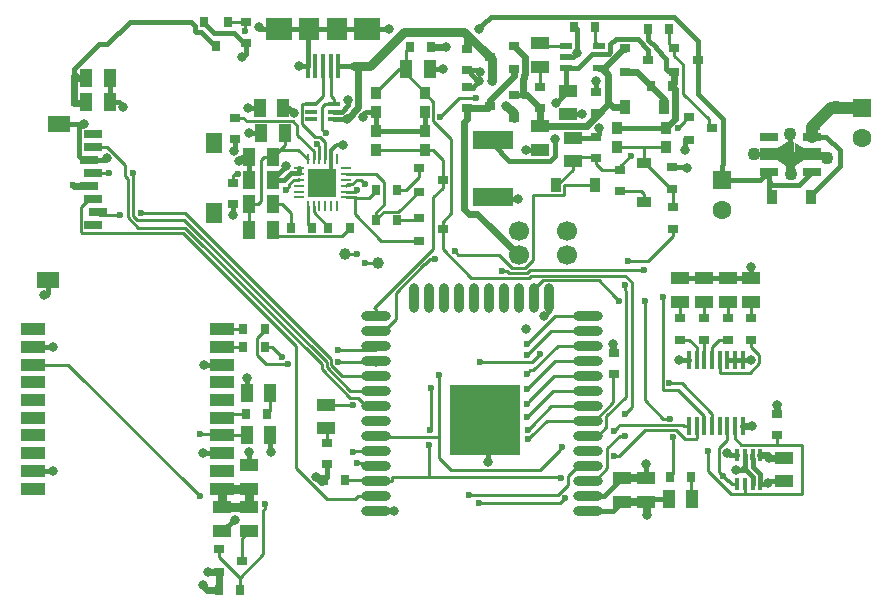
<source format=gtl>
G04 #@! TF.GenerationSoftware,KiCad,Pcbnew,(5.0.0-rc2-dev-70-g2da7199a3)*
G04 #@! TF.CreationDate,2018-03-19T21:37:12-04:00*
G04 #@! TF.ProjectId,processor,70726F636573736F722E6B696361645F,rev?*
G04 #@! TF.SameCoordinates,Original*
G04 #@! TF.FileFunction,Copper,L1,Top,Signal*
G04 #@! TF.FilePolarity,Positive*
%FSLAX46Y46*%
G04 Gerber Fmt 4.6, Leading zero omitted, Abs format (unit mm)*
G04 Created by KiCad (PCBNEW (5.0.0-rc2-dev-70-g2da7199a3)) date 03/19/18 21:37:12*
%MOMM*%
%LPD*%
G01*
G04 APERTURE LIST*
%ADD10C,1.700000*%
%ADD11R,0.900000X0.700000*%
%ADD12R,0.800000X2.000000*%
%ADD13C,0.750000*%
%ADD14C,1.000000*%
%ADD15R,1.500000X1.000000*%
%ADD16R,1.500000X0.700000*%
%ADD17R,0.900000X0.800000*%
%ADD18R,1.200000X0.900000*%
%ADD19R,1.000000X1.500000*%
%ADD20R,2.450000X2.450000*%
%ADD21O,1.000000X0.250000*%
%ADD22O,0.250000X1.000000*%
%ADD23R,0.350000X1.600000*%
%ADD24R,6.000000X6.000000*%
%ADD25O,2.500000X0.900000*%
%ADD26O,0.900000X2.500000*%
%ADD27R,0.350000X1.000000*%
%ADD28C,1.000000*%
%ADD29R,0.700000X0.900000*%
%ADD30R,0.900000X1.000000*%
%ADD31R,1.000000X0.400000*%
%ADD32R,1.800000X1.900000*%
%ADD33R,2.300000X1.900000*%
%ADD34R,0.400000X2.000000*%
%ADD35R,3.500000X1.600000*%
%ADD36R,1.100000X0.600000*%
%ADD37R,2.000000X1.000000*%
%ADD38R,0.800000X0.900000*%
%ADD39R,0.900000X1.200000*%
%ADD40R,1.600000X1.600000*%
%ADD41C,1.600000*%
%ADD42R,1.900000X1.400000*%
%ADD43R,1.400000X1.800000*%
%ADD44C,1.100000*%
%ADD45C,0.800000*%
%ADD46C,0.600000*%
%ADD47C,0.450000*%
%ADD48C,0.600000*%
%ADD49C,0.650000*%
%ADD50C,0.800000*%
%ADD51C,0.250000*%
%ADD52C,0.400000*%
%ADD53C,0.300000*%
%ADD54C,0.500000*%
G04 APERTURE END LIST*
D10*
X42600000Y-20700000D03*
X42600000Y-18700000D03*
D11*
X55600000Y-15100000D03*
X55600000Y-13300000D03*
D12*
X65625000Y-12200000D03*
D13*
X64850000Y-12200000D03*
D14*
G36*
X65225000Y-13200000D02*
X64475000Y-12700000D01*
X64475000Y-11700000D01*
X65225000Y-11200000D01*
X65225000Y-13200000D01*
X65225000Y-13200000D01*
G37*
D15*
X67475000Y-12200000D03*
D16*
X63775000Y-13700000D03*
D15*
X63775000Y-12200000D03*
D16*
X63775000Y-10700000D03*
X67475000Y-13700000D03*
X67475000Y-10700000D03*
D13*
X66400000Y-12200000D03*
D14*
G36*
X66025000Y-11200000D02*
X66775000Y-11700000D01*
X66775000Y-12700000D01*
X66025000Y-13200000D01*
X66025000Y-11200000D01*
X66025000Y-11200000D01*
G37*
D17*
X59000000Y-10000000D03*
X57000000Y-11000000D03*
X57000000Y-9000000D03*
D11*
X55700000Y-16700000D03*
X55700000Y-18500000D03*
D18*
X53200000Y-12950000D03*
X53200000Y-16250000D03*
D19*
X19800000Y-18600000D03*
X21800000Y-18600000D03*
X19800000Y-16400000D03*
X21800000Y-16400000D03*
D20*
X26000000Y-14600000D03*
D21*
X28000000Y-13350000D03*
X28000000Y-13850000D03*
X28000000Y-14350000D03*
X28000000Y-14850000D03*
X28000000Y-15350000D03*
X28000000Y-15850000D03*
D22*
X27250000Y-16600000D03*
X26750000Y-16600000D03*
X26250000Y-16600000D03*
X25750000Y-16600000D03*
X25250000Y-16600000D03*
X24750000Y-16600000D03*
D21*
X24000000Y-15850000D03*
X24000000Y-15350000D03*
X24000000Y-14850000D03*
X24000000Y-14350000D03*
X24000000Y-13850000D03*
X24000000Y-13350000D03*
D22*
X24750000Y-12600000D03*
X25250000Y-12600000D03*
X25750000Y-12600000D03*
X26250000Y-12600000D03*
X26750000Y-12600000D03*
X27250000Y-12600000D03*
D23*
X57025000Y-29600000D03*
X57025000Y-35200000D03*
X57675000Y-29600000D03*
X57675000Y-35200000D03*
X58325000Y-29600000D03*
X58325000Y-35200000D03*
X58975000Y-29600000D03*
X58975000Y-35200000D03*
X59625000Y-29600000D03*
X59625000Y-35200000D03*
X60275000Y-29600000D03*
X60275000Y-35200000D03*
X60925000Y-29600000D03*
X60925000Y-35200000D03*
X61575000Y-29600000D03*
X61575000Y-35200000D03*
D24*
X39800000Y-34700000D03*
D25*
X48500000Y-42400000D03*
X48500000Y-41130000D03*
X48500000Y-39860000D03*
X48500000Y-38590000D03*
X48500000Y-37320000D03*
X48500000Y-36050000D03*
X48500000Y-34780000D03*
X48500000Y-33510000D03*
X48500000Y-32240000D03*
X48500000Y-30970000D03*
X48500000Y-29700000D03*
X48500000Y-28430000D03*
X48500000Y-27160000D03*
X48500000Y-25890000D03*
D26*
X45215000Y-24400000D03*
X43945000Y-24400000D03*
X42675000Y-24400000D03*
X41405000Y-24400000D03*
X40135000Y-24400000D03*
X38865000Y-24400000D03*
X37595000Y-24400000D03*
X36325000Y-24400000D03*
X35055000Y-24400000D03*
X33785000Y-24400000D03*
D25*
X30500000Y-25890000D03*
X30500000Y-27160000D03*
X30500000Y-28430000D03*
X30500000Y-29700000D03*
X30500000Y-30970000D03*
X30500000Y-32240000D03*
X30500000Y-33510000D03*
X30500000Y-34780000D03*
X30500000Y-36050000D03*
X30500000Y-37320000D03*
X30500000Y-38590000D03*
X30500000Y-39860000D03*
X30500000Y-41130000D03*
X30500000Y-42400000D03*
D15*
X26300000Y-35400000D03*
X26300000Y-33400000D03*
D19*
X8000000Y-5700000D03*
X6000000Y-5700000D03*
D27*
X63075000Y-37650000D03*
X62425000Y-37650000D03*
X61775000Y-37650000D03*
X61125000Y-37650000D03*
X61125000Y-40150000D03*
X61775000Y-40150000D03*
X62425000Y-40150000D03*
X63075000Y-40150000D03*
D28*
X30700000Y-21400000D03*
D11*
X50700000Y-30800000D03*
X50700000Y-29000000D03*
D29*
X19000000Y-49100000D03*
X17200000Y-49100000D03*
D17*
X19200000Y-46600000D03*
X17200000Y-47600000D03*
X17200000Y-45600000D03*
D30*
X30550000Y-8600000D03*
X34649999Y-8600000D03*
X34649999Y-7000000D03*
X30550000Y-7000000D03*
X34650000Y-10200000D03*
X30550001Y-10200000D03*
X30550001Y-11800000D03*
X34650000Y-11800000D03*
D28*
X27900000Y-20600000D03*
D31*
X25050000Y-9250000D03*
X25050000Y-7950000D03*
X26950000Y-8600000D03*
X26950000Y-7950000D03*
X26950000Y-9250000D03*
X25050000Y-8600000D03*
D32*
X24900000Y-1600000D03*
D33*
X22300000Y-1600000D03*
X29800000Y-1600000D03*
D32*
X27200000Y-1600000D03*
D34*
X24750000Y-4750000D03*
X25400000Y-4750000D03*
X26050000Y-4750000D03*
X26700000Y-4750000D03*
X27350000Y-4750000D03*
D35*
X40400000Y-15840000D03*
X40400000Y-10960000D03*
D10*
X46700000Y-20700000D03*
X46700000Y-18700000D03*
D36*
X49400000Y-3000000D03*
X49400000Y-4900000D03*
X46600000Y-4900000D03*
X46600000Y-3950000D03*
X46600000Y-3000000D03*
D30*
X55050000Y-10000000D03*
X50950001Y-10000000D03*
X50950001Y-11600000D03*
X55050000Y-11600000D03*
D37*
X1500000Y-40500000D03*
X1500000Y-39000000D03*
X1500000Y-37500000D03*
X1500000Y-36000000D03*
X1500000Y-34500000D03*
X1500000Y-33000000D03*
X1500000Y-31500000D03*
X1500000Y-30000000D03*
X1500000Y-28500000D03*
X1500000Y-27000000D03*
X17500000Y-27000000D03*
X17500000Y-28500000D03*
X17500000Y-30000000D03*
X17500000Y-31500000D03*
X17500000Y-33000000D03*
X17500000Y-34500000D03*
X17500000Y-36000000D03*
X17500000Y-37500000D03*
X17500000Y-39000000D03*
X17500000Y-40500000D03*
X17500000Y-40500000D03*
X17500000Y-39000000D03*
X17500000Y-37500000D03*
X17500000Y-36000000D03*
X17500000Y-34500000D03*
X17500000Y-33000000D03*
X17500000Y-31500000D03*
X17500000Y-30000000D03*
X17500000Y-28500000D03*
X17500000Y-27000000D03*
D15*
X17500000Y-44100000D03*
X17500000Y-42100000D03*
X46800000Y-8800000D03*
X46800000Y-6800000D03*
X47200000Y-10800000D03*
X47200000Y-12800000D03*
X44400000Y-11800000D03*
X44400000Y-9800000D03*
X53400000Y-41600000D03*
X53400000Y-39600000D03*
X19800000Y-44100000D03*
X19800000Y-42100000D03*
D19*
X8000000Y-7800000D03*
X6000000Y-7800000D03*
X21600000Y-36000000D03*
X19600000Y-36000000D03*
D15*
X19800000Y-38500000D03*
X19800000Y-40500000D03*
X65100000Y-39900000D03*
X65100000Y-37900000D03*
X51400000Y-41600000D03*
X51400000Y-39600000D03*
D19*
X35100000Y-5000000D03*
X33100000Y-5000000D03*
X20800000Y-10400000D03*
X22800000Y-10400000D03*
X19800000Y-12400000D03*
X21800000Y-12400000D03*
X57300000Y-41400000D03*
X55300000Y-41400000D03*
D15*
X58300000Y-24700000D03*
X58300000Y-22700000D03*
X62300000Y-24700000D03*
X62300000Y-22700000D03*
X60300000Y-24700000D03*
X60300000Y-22700000D03*
X56300000Y-24700000D03*
X56300000Y-22700000D03*
X44400000Y-4800000D03*
X44400000Y-2800000D03*
D19*
X21600000Y-32400000D03*
X19600000Y-32400000D03*
D11*
X19500000Y-1000000D03*
X19500000Y-2800000D03*
D29*
X19500000Y-34200000D03*
X21300000Y-34200000D03*
X19300000Y-27000000D03*
X21100000Y-27000000D03*
X19300000Y-28500000D03*
X21100000Y-28500000D03*
X53550000Y-1600000D03*
X55350000Y-1600000D03*
D11*
X49200000Y-12500000D03*
X49200000Y-10700000D03*
X44400000Y-6500000D03*
X44400000Y-8300000D03*
X38200000Y-5100000D03*
X38200000Y-3300000D03*
X38200000Y-6500000D03*
X38200000Y-8300000D03*
X56300000Y-26100000D03*
X56300000Y-27900000D03*
X60300000Y-26100000D03*
X60300000Y-27900000D03*
X62300000Y-26100000D03*
X62300000Y-27900000D03*
X58300000Y-26100000D03*
X58300000Y-27900000D03*
D29*
X57200000Y-39500000D03*
X55400000Y-39500000D03*
D11*
X26400000Y-36600000D03*
X26400000Y-38400000D03*
X64500000Y-36000000D03*
X64500000Y-34200000D03*
D29*
X27900000Y-39800000D03*
X26100000Y-39800000D03*
X33400000Y-3100000D03*
X35200000Y-3100000D03*
D11*
X49200000Y-8700000D03*
X49200000Y-6900000D03*
D29*
X49100000Y-1400000D03*
X47300000Y-1400000D03*
D11*
X51200000Y-15300000D03*
X51200000Y-13500000D03*
X18400000Y-16400000D03*
X18400000Y-14600000D03*
D29*
X28300000Y-18400000D03*
X26500000Y-18400000D03*
X23300000Y-18400000D03*
X25100000Y-18400000D03*
X32300000Y-15200000D03*
X30500000Y-15200000D03*
X30500000Y-17800000D03*
X32300000Y-17800000D03*
D38*
X17000000Y-3000000D03*
X16000000Y-1000000D03*
X18000000Y-1000000D03*
D17*
X53600000Y-4200000D03*
X51600000Y-5200000D03*
X51600000Y-3200000D03*
X57800000Y-4200000D03*
X55800000Y-5200000D03*
X55800000Y-3200000D03*
X40200000Y-4000000D03*
X42200000Y-3000000D03*
X42200000Y-5000000D03*
X40200000Y-8150000D03*
X42200000Y-7150000D03*
X42200000Y-9150000D03*
X36200000Y-18550000D03*
X34200000Y-19550000D03*
X34200000Y-17550000D03*
X36200000Y-14400000D03*
X34200000Y-15400000D03*
X34200000Y-13400000D03*
D19*
X20700000Y-8300000D03*
X22700000Y-8300000D03*
X19800000Y-14400000D03*
X21800000Y-14400000D03*
D11*
X18600000Y-9100000D03*
X18600000Y-10900000D03*
D39*
X51650000Y-8200000D03*
X54950000Y-8200000D03*
X49050000Y-14800000D03*
X45750000Y-14800000D03*
X67350000Y-15800000D03*
X64050000Y-15800000D03*
D40*
X59800000Y-14400000D03*
D41*
X59800000Y-16900000D03*
D40*
X71700000Y-8300000D03*
D41*
X71700000Y-10800000D03*
D29*
X53800000Y-6400000D03*
X55600000Y-6400000D03*
D42*
X3700000Y-9600000D03*
X2800000Y-22800000D03*
D43*
X16800000Y-11200000D03*
X16800000Y-17200000D03*
D16*
X6600000Y-10500000D03*
X6600000Y-11600000D03*
X6200000Y-12700000D03*
X6600000Y-13800000D03*
X6200000Y-14900000D03*
X6600000Y-16000000D03*
X7000000Y-17100000D03*
X6600000Y-18200000D03*
D44*
X69500000Y-8200000D03*
X67700000Y-9700000D03*
D45*
X50564576Y-28226230D03*
X53400000Y-38400000D03*
X18500000Y-11900000D03*
X18400000Y-17300000D03*
X48000000Y-8800000D03*
X49417688Y-9942413D03*
X43200000Y-11800000D03*
D44*
X65700000Y-13899998D03*
D45*
X56700000Y-11800000D03*
X56900000Y-13400000D03*
D44*
X68700000Y-12500000D03*
X65600000Y-10500000D03*
X62500000Y-12200000D03*
D45*
X53500000Y-42700000D03*
X18911096Y-12756449D03*
X19800000Y-10400000D03*
X19700000Y-8300000D03*
D46*
X37200000Y-20400000D03*
X35500000Y-21100000D03*
X51900000Y-21200000D03*
X51600000Y-23300000D03*
X21100000Y-41800000D03*
X50700000Y-37700000D03*
X53200000Y-21999998D03*
X59900000Y-39400000D03*
D45*
X25479804Y-39520196D03*
X15913622Y-48673497D03*
X62400000Y-35200000D03*
X61023542Y-38923542D03*
X64500000Y-33400000D03*
X19200000Y-4000000D03*
X36440492Y-3106882D03*
X63809741Y-37882922D03*
X16300000Y-47600000D03*
X7770405Y-12535014D03*
X44759712Y-25872905D03*
X21605916Y-37392445D03*
X15912418Y-37514122D03*
X15933149Y-30078779D03*
X60280626Y-37460314D03*
X9122182Y-8164543D03*
D46*
X58669363Y-37356175D03*
X46300000Y-37000000D03*
X28900000Y-15200000D03*
X28900002Y-20600000D03*
X51100000Y-24600002D03*
X53300000Y-24600000D03*
X55455013Y-34574968D03*
X55700000Y-36124979D03*
X29600000Y-14700000D03*
X29572784Y-21431481D03*
X56137135Y-9973541D03*
X52100000Y-12300000D03*
X18849964Y-13900000D03*
X22900000Y-15200000D03*
X26272308Y-10408117D03*
X25500000Y-11300000D03*
D45*
X45758495Y-7833591D03*
X45700000Y-10900000D03*
X42572695Y-15972695D03*
X41576070Y-8071787D03*
X23599996Y-8704745D03*
X22900000Y-13200000D03*
X28072813Y-9250000D03*
D46*
X55375010Y-31599992D03*
D45*
X39263103Y-6029842D03*
X39346116Y-5216308D03*
X2400000Y-24100000D03*
X5800000Y-9600000D03*
X28164020Y-7567133D03*
X27759599Y-11369260D03*
X49200000Y-6000000D03*
X62300000Y-29600000D03*
X56200000Y-29600000D03*
X36200000Y-5000000D03*
X19800000Y-37400000D03*
X19600000Y-31100000D03*
X62300000Y-21750000D03*
X29431213Y-9023098D03*
X20600000Y-1424990D03*
X40036138Y-38224990D03*
X63720617Y-40036753D03*
X32095000Y-42400000D03*
X43235000Y-26965000D03*
X18584356Y-43120569D03*
X3200000Y-28500000D03*
X3164876Y-39007222D03*
X31600000Y-1600000D03*
X24050000Y-4750000D03*
X47579479Y-3643584D03*
D46*
X51595828Y-36022221D03*
X51615929Y-34151638D03*
D45*
X39227153Y-1598476D03*
D46*
X43300000Y-28300002D03*
X39284562Y-41717258D03*
X46532623Y-41265565D03*
X19427304Y-1772694D03*
X41206592Y-22070708D03*
X38976722Y-7430461D03*
X35954422Y-9068420D03*
X54800000Y-24300000D03*
X35000000Y-36800000D03*
X35135453Y-35549342D03*
X35200000Y-32000000D03*
X46226001Y-39613953D03*
X35900000Y-30900000D03*
X28600000Y-33400000D03*
X28908506Y-38360318D03*
X27324990Y-28800000D03*
X22549388Y-29349388D03*
X27324990Y-29790914D03*
X23100000Y-29924388D03*
X28603481Y-37362053D03*
X8900000Y-17300000D03*
X10600000Y-17200000D03*
X15617244Y-41121668D03*
X38386402Y-41080135D03*
X15600000Y-35900000D03*
X4964302Y-7874573D03*
X4900000Y-14800000D03*
X50700000Y-35600000D03*
X43300000Y-32100000D03*
X43400000Y-35500000D03*
X43300000Y-33300000D03*
X43311577Y-34450078D03*
D45*
X40346321Y-5963711D03*
D46*
X43300000Y-30800000D03*
X43293406Y-29224990D03*
X7900000Y-13800000D03*
X10000004Y-13800000D03*
X43400002Y-36300000D03*
X39300000Y-29800000D03*
X44400000Y-29100000D03*
D47*
X67350000Y-15650000D02*
X69800000Y-13200000D01*
X67350000Y-15800000D02*
X67350000Y-15650000D01*
X69800000Y-13200000D02*
X69800000Y-11825000D01*
X69800000Y-11825000D02*
X68675000Y-10700000D01*
X68675000Y-10700000D02*
X67475000Y-10700000D01*
D48*
X50564576Y-28864576D02*
X50564576Y-28791915D01*
X50700000Y-29000000D02*
X50564576Y-28864576D01*
X50564576Y-28791915D02*
X50564576Y-28226230D01*
D14*
X69075000Y-8300000D02*
X67475000Y-9900000D01*
X67475000Y-9900000D02*
X67475000Y-10700000D01*
X71700000Y-8300000D02*
X69075000Y-8300000D01*
D47*
X53400000Y-38650000D02*
X53400000Y-38400000D01*
X53400000Y-39600000D02*
X53400000Y-38650000D01*
D49*
X51400000Y-39600000D02*
X53400000Y-39600000D01*
D47*
X48500000Y-41130000D02*
X49870000Y-41130000D01*
X49870000Y-41130000D02*
X51400000Y-39600000D01*
X18600000Y-11800000D02*
X18500000Y-11900000D01*
X18600000Y-10900000D02*
X18600000Y-11800000D01*
X18400000Y-16400000D02*
X18400000Y-17300000D01*
X46850000Y-8800000D02*
X47434315Y-8800000D01*
X47434315Y-8800000D02*
X48000000Y-8800000D01*
X46800000Y-8750000D02*
X46850000Y-8800000D01*
X49225786Y-10700000D02*
X49417688Y-10508098D01*
X49417688Y-10508098D02*
X49417688Y-9942413D01*
X49200000Y-10700000D02*
X49225786Y-10700000D01*
X44350000Y-11800000D02*
X43765685Y-11800000D01*
X43765685Y-11800000D02*
X43200000Y-11800000D01*
X44400000Y-11750000D02*
X44350000Y-11800000D01*
D50*
X65625000Y-12200000D02*
X65625000Y-13825000D01*
D47*
X67475000Y-12200000D02*
X66400000Y-12200000D01*
X65625000Y-12200000D02*
X66400000Y-12200000D01*
X64850000Y-12200000D02*
X65625000Y-12200000D01*
X63775000Y-12200000D02*
X64850000Y-12200000D01*
X56700000Y-10900000D02*
X56700000Y-11800000D01*
X56800000Y-13300000D02*
X56900000Y-13400000D01*
X56500000Y-13300000D02*
X56800000Y-13300000D01*
X55600000Y-13300000D02*
X56500000Y-13300000D01*
X67475000Y-12200000D02*
X68400000Y-12200000D01*
X68400000Y-12200000D02*
X68700000Y-12500000D01*
X65625000Y-10525000D02*
X65600000Y-10500000D01*
X65625000Y-12200000D02*
X65625000Y-10525000D01*
X63775000Y-12200000D02*
X62500000Y-12200000D01*
D49*
X51400000Y-41600000D02*
X53400000Y-41600000D01*
D47*
X55300000Y-41400000D02*
X53600000Y-41400000D01*
X53600000Y-41400000D02*
X53400000Y-41600000D01*
D49*
X53500000Y-42700000D02*
X53500000Y-41700000D01*
D47*
X53500000Y-41700000D02*
X53400000Y-41600000D01*
X48500000Y-42400000D02*
X50600000Y-42400000D01*
X50600000Y-42400000D02*
X51400000Y-41600000D01*
X19147002Y-12400000D02*
X18911096Y-12756449D01*
X18872001Y-12675001D02*
X18872001Y-12717354D01*
X18872001Y-12717354D02*
X18911096Y-12756449D01*
X19800000Y-12400000D02*
X19147002Y-12400000D01*
X19800000Y-14400000D02*
X19800000Y-12400000D01*
X20800000Y-10400000D02*
X19800000Y-10400000D01*
X20800000Y-8300000D02*
X19700000Y-8300000D01*
D51*
X52175002Y-23023998D02*
X52175002Y-33592565D01*
X36200000Y-18550000D02*
X36200000Y-20251004D01*
X38594706Y-22645710D02*
X43450692Y-22645710D01*
X43450692Y-22645710D02*
X43626606Y-22469796D01*
X43626606Y-22469796D02*
X51620800Y-22469796D01*
X51915928Y-33851639D02*
X51615929Y-34151638D01*
X51620800Y-22469796D02*
X52175002Y-23023998D01*
X36200000Y-20251004D02*
X38594706Y-22645710D01*
X52175002Y-33592565D02*
X51915928Y-33851639D01*
X50124999Y-37068786D02*
X51171564Y-36022221D01*
X51171564Y-36022221D02*
X51595828Y-36022221D01*
X49055318Y-39860000D02*
X50124999Y-38790319D01*
X48395000Y-39860000D02*
X49055318Y-39860000D01*
X50124999Y-38790319D02*
X50124999Y-37068786D01*
X40934998Y-20700000D02*
X37500000Y-20700000D01*
X37500000Y-20700000D02*
X37200000Y-20400000D01*
X43824999Y-15675001D02*
X43824999Y-21140003D01*
X43824999Y-21140003D02*
X43140001Y-21825001D01*
X43140001Y-21825001D02*
X42059999Y-21825001D01*
X42059999Y-21825001D02*
X40934998Y-20700000D01*
X45800000Y-15675001D02*
X43824999Y-15675001D01*
X32189433Y-26165567D02*
X32189433Y-23961265D01*
X32189433Y-23961265D02*
X34637134Y-21513564D01*
X30395000Y-27160000D02*
X31195000Y-27160000D01*
X31195000Y-27160000D02*
X32189433Y-26165567D01*
X35075736Y-21100000D02*
X34662172Y-21513564D01*
X35500000Y-21100000D02*
X35075736Y-21100000D01*
X34662172Y-21513564D02*
X34637134Y-21513564D01*
X45624999Y-15675001D02*
X45800000Y-15675001D01*
X45800000Y-15675001D02*
X46420001Y-15675001D01*
X46475001Y-15620001D02*
X46475001Y-14824999D01*
X46475001Y-14824999D02*
X46500000Y-14800000D01*
X46500000Y-14800000D02*
X49050000Y-14800000D01*
X46420001Y-15675001D02*
X46475001Y-15620001D01*
D47*
X57800000Y-7100000D02*
X59900000Y-9200000D01*
X57800000Y-4200000D02*
X57800000Y-7100000D01*
X59900000Y-9200000D02*
X59900000Y-13050000D01*
X59900000Y-13050000D02*
X59800000Y-13150000D01*
X59800000Y-13150000D02*
X59800000Y-14400000D01*
X63775000Y-14500000D02*
X63775000Y-13700000D01*
X67475000Y-13700000D02*
X66349998Y-14825002D01*
X64100002Y-14825002D02*
X63775000Y-14500000D01*
X66349998Y-14825002D02*
X64100002Y-14825002D01*
X63775000Y-13700000D02*
X63775000Y-15525000D01*
X63775000Y-15525000D02*
X64050000Y-15800000D01*
X59800000Y-14400000D02*
X63075000Y-14400000D01*
X63075000Y-14400000D02*
X63775000Y-13700000D01*
D51*
X48500000Y-36050000D02*
X49300000Y-36050000D01*
X51675001Y-23799265D02*
X51600000Y-23724264D01*
X51675001Y-32726017D02*
X51675001Y-23799265D01*
X50025010Y-34376008D02*
X51675001Y-32726017D01*
X50025010Y-35324990D02*
X50025010Y-34376008D01*
X51600000Y-23724264D02*
X51600000Y-23300000D01*
X49300000Y-36050000D02*
X50025010Y-35324990D01*
X51900000Y-21200000D02*
X53600000Y-21200000D01*
X53600000Y-21200000D02*
X55700000Y-19100000D01*
X55700000Y-19100000D02*
X55700000Y-18500000D01*
X19000000Y-48054998D02*
X20995990Y-46059008D01*
X20995990Y-46059008D02*
X20995990Y-42328274D01*
X20995990Y-42328274D02*
X21100000Y-42224264D01*
X21100000Y-42224264D02*
X21100000Y-41800000D01*
X57675000Y-36250000D02*
X57649999Y-36275001D01*
X55976001Y-35549978D02*
X53274286Y-35549978D01*
X57649999Y-36275001D02*
X56701024Y-36275001D01*
X51124264Y-37700000D02*
X50700000Y-37700000D01*
X53274286Y-35549978D02*
X51124264Y-37700000D01*
X56701024Y-36275001D02*
X55976001Y-35549978D01*
X57675000Y-35200000D02*
X57675000Y-36250000D01*
X41630856Y-22070708D02*
X41785160Y-22225012D01*
X41785160Y-22225012D02*
X43305690Y-22225012D01*
X43305690Y-22225012D02*
X43530704Y-21999998D01*
X52775736Y-21999998D02*
X53200000Y-21999998D01*
X43530704Y-21999998D02*
X52775736Y-21999998D01*
X41206592Y-22070708D02*
X41630856Y-22070708D01*
X58325000Y-34379998D02*
X56120004Y-32175002D01*
X58325000Y-35200000D02*
X58325000Y-34379998D01*
X56120004Y-32175002D02*
X54800000Y-32175002D01*
X54800000Y-32175002D02*
X54800000Y-24724264D01*
X54800000Y-24724264D02*
X54800000Y-24300000D01*
X60199999Y-39699999D02*
X59900000Y-39400000D01*
X60350000Y-39850000D02*
X60199999Y-39699999D01*
X60400000Y-39850000D02*
X60350000Y-39850000D01*
D48*
X26100000Y-39800000D02*
X25979805Y-39920195D01*
X25979805Y-39920195D02*
X25879803Y-39920195D01*
X25879803Y-39920195D02*
X25479804Y-39520196D01*
D47*
X26400000Y-38400000D02*
X26400000Y-39500000D01*
X26400000Y-39500000D02*
X26100000Y-39800000D01*
D48*
X15913622Y-48763622D02*
X15913622Y-48673497D01*
X16250000Y-49100000D02*
X15913622Y-48763622D01*
X17200000Y-49100000D02*
X16250000Y-49100000D01*
D47*
X19500000Y-2800000D02*
X19500000Y-3700000D01*
X19500000Y-3700000D02*
X19200000Y-4000000D01*
X18500000Y-1900000D02*
X19400000Y-2800000D01*
X19400000Y-2800000D02*
X19500000Y-2800000D01*
X16000000Y-1000000D02*
X16000000Y-1050000D01*
X16000000Y-1050000D02*
X16850000Y-1900000D01*
X16850000Y-1900000D02*
X18500000Y-1900000D01*
X61589227Y-38923542D02*
X61023542Y-38923542D01*
X62425000Y-39485353D02*
X61863189Y-38923542D01*
X62425000Y-40150000D02*
X62425000Y-39485353D01*
X61863189Y-38923542D02*
X61589227Y-38923542D01*
X61775000Y-37650000D02*
X61775000Y-38600000D01*
X61775000Y-38600000D02*
X61451458Y-38923542D01*
X61451458Y-38923542D02*
X61023542Y-38923542D01*
D48*
X61575000Y-35200000D02*
X62400000Y-35200000D01*
X64600000Y-33300000D02*
X64500000Y-33400000D01*
X64500000Y-34200000D02*
X64500000Y-33400000D01*
X36433610Y-3100000D02*
X36440492Y-3106882D01*
X36000000Y-3100000D02*
X36433610Y-3100000D01*
X35200000Y-3100000D02*
X36000000Y-3100000D01*
X65100000Y-37900000D02*
X63826819Y-37900000D01*
X63826819Y-37900000D02*
X63809741Y-37882922D01*
X63700000Y-37650000D02*
X63809741Y-37759741D01*
X63075000Y-37650000D02*
X63700000Y-37650000D01*
X63809741Y-37759741D02*
X63809741Y-37882922D01*
X17200000Y-47600000D02*
X16300000Y-47600000D01*
X17200000Y-47600000D02*
X17200000Y-49100000D01*
D47*
X6200000Y-12700000D02*
X7605419Y-12700000D01*
X7605419Y-12700000D02*
X7770405Y-12535014D01*
X45159711Y-25472906D02*
X44759712Y-25872905D01*
X45110000Y-24400000D02*
X45159711Y-24449711D01*
X45159711Y-24449711D02*
X45159711Y-25472906D01*
X21600000Y-37386529D02*
X21605916Y-37392445D01*
X21600000Y-36000000D02*
X21600000Y-37386529D01*
X15926540Y-37500000D02*
X15912418Y-37514122D01*
X17500000Y-37500000D02*
X15926540Y-37500000D01*
X16011928Y-30000000D02*
X15933149Y-30078779D01*
X17500000Y-30000000D02*
X16011928Y-30000000D01*
X61125000Y-37650000D02*
X60470312Y-37650000D01*
X60470312Y-37650000D02*
X60280626Y-37460314D01*
X62425000Y-37954608D02*
X62399990Y-37929598D01*
X62425000Y-38636810D02*
X62425000Y-37954608D01*
X62399990Y-37929598D02*
X62399990Y-37650000D01*
D52*
X62425000Y-38636810D02*
X63025010Y-39236820D01*
X63025010Y-39236820D02*
X63025010Y-40100010D01*
D47*
X8000000Y-7800000D02*
X8757639Y-7800000D01*
X8757639Y-7800000D02*
X9122182Y-8164543D01*
X8000000Y-5700000D02*
X8000000Y-7800000D01*
D51*
X60575747Y-40925001D02*
X58669363Y-39018617D01*
X58669363Y-37780439D02*
X58669363Y-37356175D01*
X61775000Y-40900000D02*
X61749999Y-40925001D01*
X61749999Y-40925001D02*
X60575747Y-40925001D01*
X58669363Y-39018617D02*
X58669363Y-37780439D01*
X36902820Y-38902820D02*
X44397180Y-38902820D01*
X44397180Y-38902820D02*
X46000001Y-37299999D01*
X46000001Y-37299999D02*
X46300000Y-37000000D01*
X35900000Y-37900000D02*
X36902820Y-38902820D01*
X35900000Y-36100000D02*
X35900000Y-37900000D01*
X28750000Y-15350000D02*
X28900000Y-15200000D01*
X28000000Y-15350000D02*
X28750000Y-15350000D01*
X27900000Y-20600000D02*
X28900002Y-20600000D01*
X50800001Y-24300003D02*
X51100000Y-24600002D01*
X44670010Y-22874990D02*
X49374988Y-22874990D01*
X49374988Y-22874990D02*
X50800001Y-24300003D01*
X43945000Y-24400000D02*
X43945000Y-23600000D01*
X43945000Y-23600000D02*
X44670010Y-22874990D01*
X53300000Y-33016704D02*
X54858264Y-34574968D01*
X53300000Y-24600000D02*
X53300000Y-33016704D01*
X54858264Y-34574968D02*
X55030749Y-34574968D01*
X55030749Y-34574968D02*
X55455013Y-34574968D01*
X55700000Y-36124979D02*
X55700000Y-39200000D01*
X55700000Y-39200000D02*
X55400000Y-39500000D01*
X29300001Y-14400001D02*
X29600000Y-14700000D01*
X28540689Y-14750010D02*
X28890698Y-14400001D01*
X28890698Y-14400001D02*
X29300001Y-14400001D01*
X28099990Y-14750010D02*
X28540689Y-14750010D01*
X28000000Y-14850000D02*
X28099990Y-14750010D01*
X29572784Y-21431481D02*
X30668519Y-21431481D01*
X30668519Y-21431481D02*
X30700000Y-21400000D01*
X56700000Y-9410676D02*
X56437134Y-9673542D01*
X56700000Y-8900000D02*
X56700000Y-9410676D01*
X56437134Y-9673542D02*
X56137135Y-9973541D01*
X51200000Y-13200000D02*
X52100000Y-12300000D01*
X51200000Y-13500000D02*
X51200000Y-13200000D01*
D47*
X15224999Y-1324999D02*
X14900000Y-1000000D01*
X9700000Y-1000000D02*
X7800000Y-2900000D01*
X15224999Y-1750001D02*
X15224999Y-1324999D01*
X15299999Y-1825001D02*
X15224999Y-1750001D01*
X15725001Y-1825001D02*
X15299999Y-1825001D01*
X14900000Y-1000000D02*
X9700000Y-1000000D01*
X17000000Y-3000000D02*
X16900000Y-3000000D01*
X16900000Y-3000000D02*
X15725001Y-1825001D01*
X7800000Y-2900000D02*
X7061673Y-2900000D01*
X7061673Y-2900000D02*
X4998322Y-4963351D01*
X4998322Y-4963351D02*
X4998322Y-5600000D01*
D51*
X55600000Y-15100000D02*
X55500000Y-15100000D01*
X55500000Y-15100000D02*
X53350000Y-12950000D01*
X53350000Y-12950000D02*
X53200000Y-12950000D01*
X55700000Y-16700000D02*
X55700000Y-15200000D01*
X55700000Y-15200000D02*
X55600000Y-15100000D01*
X53200000Y-11600000D02*
X55050000Y-11600000D01*
X50950001Y-11600000D02*
X53200000Y-11600000D01*
X53200000Y-12950000D02*
X53200000Y-11600000D01*
X51200000Y-15300000D02*
X52950000Y-15300000D01*
X52950000Y-15300000D02*
X53200000Y-15550000D01*
X53200000Y-15550000D02*
X53200000Y-16250000D01*
D48*
X38421812Y-17221814D02*
X39106117Y-17221814D01*
X39106117Y-17221814D02*
X39859312Y-17975009D01*
D51*
X39859312Y-17975009D02*
X39875009Y-17975009D01*
D48*
X39875009Y-17975009D02*
X42600000Y-20700000D01*
X38200000Y-9250000D02*
X38200000Y-8300000D01*
X38017364Y-16817366D02*
X38017364Y-9432636D01*
X38421812Y-17221814D02*
X38017364Y-16817366D01*
X38017364Y-9432636D02*
X38200000Y-9250000D01*
D51*
X57200000Y-39500000D02*
X57200000Y-41300000D01*
X57200000Y-41300000D02*
X57300000Y-41400000D01*
X56525001Y-7075001D02*
X58700000Y-9250000D01*
X55800000Y-3850000D02*
X56525001Y-4575001D01*
X55800000Y-3200000D02*
X55800000Y-3850000D01*
X58700000Y-9250000D02*
X58700000Y-9900000D01*
X56525001Y-4575001D02*
X56525001Y-7075001D01*
X29900000Y-15900000D02*
X28800000Y-15900000D01*
X30500000Y-15300000D02*
X29900000Y-15900000D01*
X30500000Y-15200000D02*
X30500000Y-15300000D01*
X28800000Y-15900000D02*
X28750000Y-15850000D01*
X18500000Y-13900000D02*
X18849964Y-13900000D01*
X18400000Y-14000000D02*
X18500000Y-13900000D01*
X18400000Y-14600000D02*
X18400000Y-14000000D01*
X22900000Y-15200000D02*
X23199999Y-14900001D01*
X23199999Y-14900001D02*
X23199999Y-14709302D01*
X23199999Y-14709302D02*
X23559301Y-14350000D01*
X23559301Y-14350000D02*
X24000000Y-14350000D01*
X25922309Y-8227691D02*
X25922309Y-10058118D01*
X25750000Y-11550000D02*
X25500000Y-11300000D01*
X25750000Y-12600000D02*
X25750000Y-11550000D01*
X25972309Y-10108118D02*
X26272308Y-10408117D01*
X25922309Y-10058118D02*
X25972309Y-10108118D01*
X26200000Y-7950000D02*
X25922309Y-8227691D01*
X26950000Y-7950000D02*
X26200000Y-7950000D01*
X24274999Y-7975001D02*
X24300000Y-7950000D01*
X24300000Y-7950000D02*
X25050000Y-7950000D01*
X25382987Y-10724998D02*
X24274999Y-9617010D01*
X25776002Y-10724998D02*
X25382987Y-10724998D01*
X26250000Y-11198996D02*
X25776002Y-10724998D01*
X26250000Y-12600000D02*
X26250000Y-11198996D01*
X24274999Y-9617010D02*
X24274999Y-7975001D01*
X56549978Y-35149978D02*
X51150022Y-35149978D01*
X51150022Y-35149978D02*
X50999999Y-35300001D01*
X50999999Y-35300001D02*
X50700000Y-35600000D01*
X57025000Y-35200000D02*
X56600000Y-35200000D01*
X56600000Y-35200000D02*
X56549978Y-35149978D01*
D48*
X49758004Y-8400000D02*
X48376993Y-9781011D01*
X50200000Y-7958004D02*
X49758004Y-8400000D01*
D47*
X49200000Y-8700000D02*
X49458004Y-8700000D01*
X49458004Y-8700000D02*
X49758004Y-8400000D01*
D48*
X48376993Y-9781011D02*
X44400000Y-9781011D01*
X50200000Y-7600000D02*
X50200000Y-7958004D01*
X44400000Y-9781011D02*
X44400000Y-8250000D01*
X51650000Y-8200000D02*
X50600000Y-8200000D01*
X50600000Y-8200000D02*
X50200000Y-7800000D01*
X50200000Y-7800000D02*
X50200000Y-7600000D01*
X50200000Y-5450000D02*
X50200000Y-7600000D01*
X49400000Y-4900000D02*
X49650000Y-4900000D01*
X49650000Y-4900000D02*
X50200000Y-5450000D01*
D47*
X46158494Y-7433592D02*
X45758495Y-7833591D01*
X46600000Y-4900000D02*
X46600000Y-6992086D01*
X46600000Y-6992086D02*
X46158494Y-7433592D01*
X45700000Y-12375002D02*
X45700000Y-11465685D01*
X45700000Y-11465685D02*
X45700000Y-10900000D01*
X40400000Y-11360000D02*
X41815920Y-12775920D01*
X45299082Y-12775920D02*
X45700000Y-12375002D01*
X41815920Y-12775920D02*
X45299082Y-12775920D01*
D48*
X55850001Y-9199999D02*
X55050000Y-10000000D01*
X55600000Y-6400000D02*
X55850001Y-6650001D01*
X55850001Y-6650001D02*
X55850001Y-9199999D01*
X55800000Y-5200000D02*
X55800000Y-6200000D01*
X55800000Y-6200000D02*
X55600000Y-6400000D01*
D47*
X55100000Y-5000000D02*
X55250000Y-5150000D01*
X55100000Y-4100000D02*
X55100000Y-5000000D01*
X54200000Y-3200000D02*
X55100000Y-4100000D01*
X54200000Y-3100000D02*
X54200000Y-3200000D01*
X53600000Y-1700000D02*
X53600000Y-2500000D01*
X53600000Y-2500000D02*
X54200000Y-3100000D01*
X55250000Y-5150000D02*
X55750000Y-5150000D01*
X42007010Y-15972695D02*
X42572695Y-15972695D01*
X40532695Y-15972695D02*
X42007010Y-15972695D01*
X40400000Y-15840000D02*
X40532695Y-15972695D01*
D50*
X41976069Y-8471786D02*
X41576070Y-8071787D01*
X42200000Y-9100000D02*
X42200000Y-8695718D01*
X42200000Y-8695718D02*
X41976069Y-8471786D01*
D47*
X22800000Y-8300000D02*
X23195251Y-8300000D01*
X23195251Y-8300000D02*
X23199997Y-8304746D01*
X23199997Y-8304746D02*
X23599996Y-8704745D01*
X21800000Y-14300000D02*
X22900000Y-13200000D01*
X21800000Y-14400000D02*
X21800000Y-14300000D01*
X28149395Y-9173418D02*
X28072813Y-9250000D01*
X26950000Y-9250000D02*
X28072813Y-9250000D01*
D48*
X29014022Y-8168620D02*
X28149395Y-9173418D01*
X29014022Y-5063655D02*
X29014022Y-8168620D01*
X28668720Y-4718353D02*
X29014022Y-5063655D01*
D50*
X29991645Y-4718353D02*
X28668720Y-4718353D01*
X37978961Y-1828961D02*
X32881037Y-1828961D01*
X32881037Y-1828961D02*
X29991645Y-4718353D01*
D47*
X21800000Y-14400000D02*
X22750000Y-14400000D01*
X22750000Y-14400000D02*
X23333861Y-13816139D01*
X23333861Y-13816139D02*
X24000000Y-13816139D01*
D51*
X50624998Y-33210320D02*
X49055318Y-34780000D01*
X49055318Y-34780000D02*
X48500000Y-34780000D01*
X50700000Y-30800000D02*
X50624998Y-30875002D01*
X50624998Y-30875002D02*
X50624998Y-33210320D01*
X55799274Y-31599992D02*
X55375010Y-31599992D01*
X56424992Y-31599992D02*
X55799274Y-31599992D01*
X58975000Y-35200000D02*
X58975000Y-34150000D01*
X58975000Y-34150000D02*
X56424992Y-31599992D01*
X23950000Y-11800000D02*
X22400000Y-11800000D01*
X24750000Y-12600000D02*
X23950000Y-11800000D01*
X22400000Y-11800000D02*
X21800000Y-12400000D01*
X22800000Y-10400000D02*
X22800000Y-11400000D01*
X22800000Y-11400000D02*
X21800000Y-12400000D01*
X19800000Y-16400000D02*
X19800000Y-18600000D01*
X20800000Y-16150000D02*
X20550000Y-16400000D01*
X20550000Y-16400000D02*
X19800000Y-16400000D01*
X21050000Y-12400000D02*
X20800000Y-12650000D01*
X21800000Y-12400000D02*
X21050000Y-12400000D01*
X20800000Y-12650000D02*
X20800000Y-16150000D01*
D47*
X38863104Y-6429841D02*
X39263103Y-6029842D01*
X38742945Y-6550000D02*
X38863104Y-6429841D01*
X38863104Y-5629843D02*
X39263103Y-6029842D01*
X38200000Y-5050000D02*
X38283261Y-5050000D01*
X38283261Y-5050000D02*
X38863104Y-5629843D01*
X38200000Y-6550000D02*
X38742945Y-6550000D01*
X39229808Y-5100000D02*
X39346116Y-5216308D01*
X38200000Y-5100000D02*
X39229808Y-5100000D01*
X2650000Y-24100000D02*
X2400000Y-24100000D01*
X2800000Y-22800000D02*
X2800000Y-23950000D01*
X2800000Y-23950000D02*
X2650000Y-24100000D01*
X6200000Y-12700000D02*
X5800000Y-12700000D01*
X5800000Y-12700000D02*
X5400001Y-12300001D01*
X5400001Y-12300001D02*
X5400001Y-9999999D01*
X5400001Y-9999999D02*
X5800000Y-9600000D01*
X3700000Y-9600000D02*
X5800000Y-9600000D01*
X47200000Y-10800000D02*
X49100000Y-10800000D01*
X49100000Y-10800000D02*
X49200000Y-10700000D01*
X28164020Y-8064013D02*
X28164020Y-7567133D01*
X26950000Y-8600000D02*
X27628033Y-8600000D01*
X27628033Y-8600000D02*
X28164020Y-8064013D01*
D53*
X27193914Y-11369260D02*
X27759599Y-11369260D01*
X26750000Y-11813174D02*
X27193914Y-11369260D01*
X26750000Y-13401142D02*
X26750000Y-11813174D01*
D47*
X49200000Y-6900000D02*
X49200000Y-6000000D01*
X61575000Y-29600000D02*
X62300000Y-29600000D01*
X60925000Y-29600000D02*
X61575000Y-29600000D01*
X60275000Y-29600000D02*
X60925000Y-29600000D01*
X57025000Y-29600000D02*
X56200000Y-29600000D01*
X35100000Y-5000000D02*
X36200000Y-5000000D01*
D53*
X26750000Y-13850000D02*
X26750000Y-13401142D01*
X26750000Y-13428460D02*
X26750000Y-13401142D01*
X26750000Y-12600000D02*
X26750000Y-13428460D01*
D47*
X19800000Y-38500000D02*
X19800000Y-37400000D01*
X19600000Y-32400000D02*
X19600000Y-31100000D01*
X62400000Y-21650000D02*
X62300000Y-21750000D01*
X62300000Y-22700000D02*
X62300000Y-21750000D01*
X58300000Y-22700000D02*
X56300000Y-22700000D01*
X60300000Y-22700000D02*
X58300000Y-22700000D01*
X62300000Y-22700000D02*
X60300000Y-22700000D01*
X29650000Y-8600000D02*
X29431213Y-8818787D01*
X30550000Y-8600000D02*
X29650000Y-8600000D01*
X29431213Y-8818787D02*
X29431213Y-9023098D01*
X20700000Y-1600000D02*
X20600000Y-1500000D01*
X22300000Y-1600000D02*
X20700000Y-1600000D01*
X20600000Y-1500000D02*
X20600000Y-1424990D01*
X40036138Y-37659305D02*
X40036138Y-38224990D01*
X40036138Y-35136138D02*
X40036138Y-37659305D01*
X39800000Y-34900000D02*
X40036138Y-35136138D01*
X65100000Y-39900000D02*
X63857370Y-39900000D01*
X63857370Y-39900000D02*
X63720617Y-40036753D01*
X63075000Y-40150000D02*
X63607370Y-40150000D01*
X63607370Y-40150000D02*
X63720617Y-40036753D01*
X63025010Y-40100010D02*
X63075000Y-40150000D01*
X63600000Y-39900000D02*
X63720617Y-40020617D01*
X63720617Y-40020617D02*
X63720617Y-40036753D01*
X32135111Y-42400000D02*
X32095000Y-42400000D01*
X32095000Y-42400000D02*
X30395000Y-42400000D01*
X30550001Y-10200000D02*
X34650000Y-10200000D01*
X30550000Y-8600000D02*
X30550000Y-10199999D01*
X30550000Y-10199999D02*
X30550001Y-10200000D01*
X34650000Y-10200000D02*
X34650000Y-8600001D01*
X34650000Y-8600001D02*
X34649999Y-8600000D01*
X18584356Y-43120569D02*
X18479431Y-43120569D01*
X18479431Y-43120569D02*
X17500000Y-44100000D01*
X1500000Y-28500000D02*
X3200000Y-28500000D01*
X2950000Y-39000000D02*
X3157654Y-39000000D01*
X3157654Y-39000000D02*
X3164876Y-39007222D01*
X1500000Y-39000000D02*
X2950000Y-39000000D01*
X24750000Y-4750000D02*
X24050000Y-4750000D01*
X27200000Y-1600000D02*
X24900000Y-1600000D01*
X22300000Y-1600000D02*
X24900000Y-1600000D01*
X24900000Y-1600000D02*
X24750000Y-1750000D01*
X24750000Y-1750000D02*
X24750000Y-4750000D01*
X29800000Y-1600000D02*
X27200000Y-1600000D01*
X29800000Y-1600000D02*
X31600000Y-1600000D01*
X47350000Y-1400000D02*
X47579479Y-1629479D01*
X47579479Y-1629479D02*
X47579479Y-3643584D01*
X47525001Y-3600001D02*
X47535896Y-3600001D01*
X47579479Y-3643584D02*
X47175002Y-3950000D01*
X47535896Y-3600001D02*
X47579479Y-3643584D01*
X49150000Y-6950000D02*
X49200000Y-6900000D01*
X49200000Y-6950000D02*
X49150000Y-6950000D01*
X47175002Y-3950000D02*
X46600000Y-3950000D01*
D51*
X36200000Y-17900000D02*
X36200000Y-18550000D01*
X34649999Y-7050000D02*
X35379420Y-7779421D01*
X34649999Y-7000000D02*
X34649999Y-7050000D01*
X35379420Y-7779421D02*
X35379420Y-9344422D01*
X36925001Y-10890003D02*
X36925001Y-17174999D01*
X36925001Y-17174999D02*
X36200000Y-17900000D01*
X35379420Y-9344422D02*
X36925001Y-10890003D01*
X34649999Y-7000000D02*
X34649999Y-6950000D01*
X34649999Y-6950000D02*
X33100000Y-5400001D01*
X33100000Y-5400001D02*
X33100000Y-5000000D01*
X30550000Y-7000000D02*
X30550000Y-6950000D01*
X30550000Y-6950000D02*
X32500000Y-5000000D01*
X32500000Y-5000000D02*
X33100000Y-5000000D01*
X33100000Y-5000000D02*
X33100000Y-3400000D01*
X33100000Y-3400000D02*
X33400000Y-3100000D01*
D47*
X40254096Y-571533D02*
X39627152Y-1198477D01*
X39627152Y-1198477D02*
X39227153Y-1598476D01*
X55746535Y-571533D02*
X40254096Y-571533D01*
X57800000Y-4200000D02*
X57800000Y-2624998D01*
X57800000Y-2624998D02*
X55746535Y-571533D01*
D51*
X48500000Y-25890000D02*
X45710002Y-25890000D01*
X43599999Y-28000003D02*
X43300000Y-28300002D01*
X45710002Y-25890000D02*
X43599999Y-28000003D01*
X39708826Y-41717258D02*
X39284562Y-41717258D01*
X46532623Y-41265565D02*
X46080930Y-41717258D01*
X46080930Y-41717258D02*
X39708826Y-41717258D01*
X19000000Y-49100000D02*
X19000000Y-48054998D01*
X19000000Y-48054998D02*
X17200000Y-46254998D01*
X17200000Y-46254998D02*
X17200000Y-46250000D01*
X17200000Y-46250000D02*
X17200000Y-45600000D01*
X19427304Y-1348430D02*
X19427304Y-1772694D01*
X19427304Y-1227304D02*
X19427304Y-1348430D01*
X19200000Y-1000000D02*
X19427304Y-1227304D01*
X18000000Y-1000000D02*
X19500000Y-1000000D01*
X35954422Y-9068420D02*
X37592381Y-7430461D01*
X38552458Y-7430461D02*
X38976722Y-7430461D01*
X37592381Y-7430461D02*
X38552458Y-7430461D01*
X30500000Y-25890000D02*
X30500000Y-25295000D01*
X30500000Y-25295000D02*
X30395000Y-25190000D01*
X35400000Y-15850000D02*
X35400000Y-20185000D01*
X35400000Y-20185000D02*
X30395000Y-25190000D01*
X36200000Y-14400000D02*
X36200000Y-15050000D01*
X30550001Y-11800000D02*
X34650000Y-11800000D01*
X34650000Y-11800000D02*
X35350000Y-11800000D01*
X36200000Y-12650000D02*
X36200000Y-13750000D01*
X35350000Y-11800000D02*
X36200000Y-12650000D01*
X36200000Y-13750000D02*
X36200000Y-14400000D01*
X36200000Y-15050000D02*
X35400000Y-15850000D01*
X35000000Y-39499408D02*
X35000000Y-36800000D01*
X35200000Y-35484795D02*
X35135453Y-35549342D01*
X35200000Y-32000000D02*
X35200000Y-35484795D01*
X35000000Y-39499408D02*
X46111456Y-39499408D01*
X31922404Y-39499408D02*
X35000000Y-39499408D01*
X59605624Y-39055624D02*
X60400000Y-39850000D01*
X59605624Y-37095666D02*
X59605624Y-39055624D01*
X60275000Y-36426290D02*
X59605624Y-37095666D01*
X60275000Y-35200000D02*
X60275000Y-36426290D01*
X46111456Y-39499408D02*
X46226001Y-39613953D01*
X27900000Y-39800000D02*
X30440000Y-39800000D01*
X30440000Y-39800000D02*
X30500000Y-39860000D01*
X60700000Y-40150000D02*
X60400000Y-39850000D01*
X61125000Y-40150000D02*
X60700000Y-40150000D01*
X30395000Y-39860000D02*
X29595000Y-39860000D01*
X31922404Y-39832596D02*
X31922404Y-39499408D01*
X31895000Y-39860000D02*
X31922404Y-39832596D01*
X30395000Y-39860000D02*
X31895000Y-39860000D01*
X35875657Y-36124343D02*
X35900000Y-36100000D01*
X30395000Y-36050000D02*
X30469343Y-36124343D01*
X30469343Y-36124343D02*
X35875657Y-36124343D01*
X35900000Y-36100000D02*
X35900000Y-30900000D01*
X60925000Y-35200000D02*
X60925000Y-36250000D01*
X60925000Y-36250000D02*
X61475000Y-36800000D01*
X61475000Y-36800000D02*
X61997500Y-36800000D01*
X60925000Y-35200000D02*
X60925000Y-35727500D01*
X66621010Y-36800000D02*
X64500000Y-36800000D01*
X64500000Y-36800000D02*
X61997500Y-36800000D01*
X64500000Y-36000000D02*
X64500000Y-36600000D01*
X64500000Y-36600000D02*
X64500000Y-36800000D01*
X61775000Y-40900000D02*
X61775000Y-40150000D01*
X61775000Y-40900000D02*
X61800001Y-40925001D01*
X61800001Y-40925001D02*
X66621010Y-40925001D01*
X66621010Y-40925001D02*
X66621010Y-36800000D01*
X26300000Y-33400000D02*
X28600000Y-33400000D01*
X28868824Y-38400000D02*
X28908506Y-38360318D01*
X30395000Y-38590000D02*
X30165318Y-38360318D01*
X30165318Y-38360318D02*
X29332770Y-38360318D01*
X29332770Y-38360318D02*
X28908506Y-38360318D01*
X58300000Y-27900000D02*
X58300000Y-29575000D01*
X58300000Y-29575000D02*
X58325000Y-29600000D01*
X59650001Y-30675001D02*
X59625000Y-30650000D01*
X62224001Y-30675001D02*
X59650001Y-30675001D01*
X63000000Y-29899002D02*
X62224001Y-30675001D01*
X63000000Y-29200000D02*
X63000000Y-29899002D01*
X59625000Y-30650000D02*
X59625000Y-29600000D01*
X62300000Y-28500000D02*
X63000000Y-29200000D01*
X62300000Y-27900000D02*
X62300000Y-28500000D01*
X60300000Y-27900000D02*
X59600000Y-27900000D01*
X59600000Y-27900000D02*
X58975000Y-28525000D01*
X58975000Y-28525000D02*
X58975000Y-28550000D01*
X58975000Y-28550000D02*
X58975000Y-29600000D01*
X56300000Y-27900000D02*
X57025000Y-27900000D01*
X57025000Y-27900000D02*
X57675000Y-28550000D01*
X57675000Y-28550000D02*
X57675000Y-29600000D01*
X30480000Y-28800000D02*
X27749254Y-28800000D01*
X27749254Y-28800000D02*
X27324990Y-28800000D01*
X30500000Y-28780000D02*
X30480000Y-28800000D01*
X22549388Y-29349388D02*
X21700000Y-28500000D01*
X21700000Y-28500000D02*
X21100000Y-28500000D01*
X27324990Y-29790914D02*
X30409086Y-29790914D01*
X30409086Y-29790914D02*
X30500000Y-29700000D01*
X23099998Y-29924390D02*
X23100000Y-29924388D01*
X21229388Y-29924390D02*
X23099998Y-29924390D01*
X21100000Y-27100000D02*
X20474999Y-27725001D01*
X20474999Y-27725001D02*
X20474999Y-29170001D01*
X20474999Y-29170001D02*
X21229388Y-29924390D01*
X30199399Y-29749399D02*
X30500000Y-30050000D01*
X21100000Y-27000000D02*
X21100000Y-27100000D01*
X28645534Y-37320000D02*
X28603481Y-37362053D01*
X30395000Y-37320000D02*
X28645534Y-37320000D01*
X14383074Y-17200000D02*
X11024264Y-17200000D01*
X26749989Y-30066915D02*
X26749989Y-29566915D01*
X27653074Y-30970000D02*
X26749989Y-30066915D01*
X26749989Y-29566915D02*
X14383074Y-17200000D01*
X11024264Y-17200000D02*
X10600000Y-17200000D01*
X30500000Y-30970000D02*
X27653074Y-30970000D01*
X8900000Y-17300000D02*
X7200000Y-17300000D01*
X7200000Y-17300000D02*
X7000000Y-17100000D01*
X4495576Y-30000000D02*
X15317245Y-40821669D01*
X1500000Y-30000000D02*
X4495576Y-30000000D01*
X15317245Y-40821669D02*
X15617244Y-41121668D01*
X38386402Y-41080135D02*
X38387772Y-41081505D01*
X38387772Y-41081505D02*
X45903495Y-41081505D01*
X46805832Y-39458296D02*
X47674128Y-38590000D01*
X45903495Y-41081505D02*
X46805832Y-40179168D01*
X47674128Y-38590000D02*
X48395000Y-38590000D01*
X46805832Y-40179168D02*
X46805832Y-39458296D01*
X15600000Y-35900000D02*
X17400000Y-35900000D01*
X17400000Y-35900000D02*
X17500000Y-36000000D01*
X17500000Y-36000000D02*
X19600000Y-36000000D01*
X51200000Y-13550000D02*
X49700000Y-13550000D01*
X49700000Y-13550000D02*
X49200000Y-13050000D01*
X49200000Y-13050000D02*
X49200000Y-12450000D01*
X49200000Y-12450000D02*
X47500000Y-12450000D01*
X47500000Y-12450000D02*
X47200000Y-12750000D01*
X47200000Y-12750000D02*
X47200000Y-13500000D01*
X47200000Y-13500000D02*
X45900000Y-14800000D01*
X45900000Y-14800000D02*
X45750000Y-14800000D01*
D50*
X17500000Y-40500000D02*
X19800000Y-40500000D01*
X19800000Y-40500000D02*
X19800000Y-42100000D01*
X17500000Y-42100000D02*
X19800000Y-42100000D01*
X17500000Y-40500000D02*
X17500000Y-42100000D01*
D48*
X6200000Y-14900000D02*
X5000000Y-14900000D01*
X5000000Y-14900000D02*
X4900000Y-14800000D01*
X4998322Y-5600000D02*
X4998322Y-7840553D01*
X5250000Y-5700000D02*
X5150000Y-5600000D01*
X5150000Y-5600000D02*
X4998322Y-5600000D01*
X6000000Y-5700000D02*
X5250000Y-5700000D01*
X4998322Y-7840553D02*
X4964302Y-7874573D01*
X4964302Y-7874573D02*
X6025427Y-7874573D01*
X6025427Y-7874573D02*
X6100000Y-7800000D01*
X6100000Y-14800000D02*
X6200000Y-14900000D01*
D51*
X40050000Y-8300000D02*
X40200000Y-8150000D01*
D48*
X38200000Y-8300000D02*
X40050000Y-8300000D01*
X42200000Y-4950000D02*
X42200000Y-5600000D01*
X40200000Y-7600000D02*
X40200000Y-8150000D01*
X42200000Y-5600000D02*
X40200000Y-7600000D01*
D51*
X19200000Y-46600000D02*
X19200000Y-44700000D01*
X19200000Y-44700000D02*
X19800000Y-44100000D01*
X26400000Y-36600000D02*
X26400000Y-35500000D01*
X26400000Y-35500000D02*
X26300000Y-35400000D01*
X58300000Y-24700000D02*
X58300000Y-26100000D01*
X62300000Y-24700000D02*
X62300000Y-26100000D01*
X60300000Y-26100000D02*
X60300000Y-24700000D01*
X56300000Y-26100000D02*
X56300000Y-24700000D01*
X55300000Y-1600000D02*
X55300000Y-2750000D01*
X55300000Y-2750000D02*
X55800000Y-3250000D01*
X55750000Y-3250000D02*
X55800000Y-3250000D01*
X33100000Y-15200000D02*
X32850000Y-15200000D01*
X34200000Y-13450000D02*
X34200000Y-14100000D01*
X34200000Y-14100000D02*
X33100000Y-15200000D01*
X32850000Y-15200000D02*
X32250000Y-15200000D01*
X32425001Y-17074999D02*
X31175001Y-17074999D01*
X34150000Y-15350000D02*
X32425001Y-17074999D01*
X31175001Y-16474999D02*
X31175001Y-14529999D01*
X30550000Y-17700000D02*
X30550000Y-17800000D01*
X30400000Y-17650000D02*
X30550000Y-17800000D01*
X31175001Y-17074999D02*
X30550000Y-17700000D01*
X30550000Y-17100000D02*
X31175001Y-16474999D01*
X30550000Y-17800000D02*
X30550000Y-17100000D01*
X31175001Y-14529999D02*
X30495002Y-13850000D01*
X30495002Y-13850000D02*
X28750000Y-13850000D01*
X28750000Y-13850000D02*
X28000000Y-13850000D01*
X34200000Y-15350000D02*
X34150000Y-15350000D01*
X32250000Y-17800000D02*
X34000000Y-17800000D01*
X34000000Y-17800000D02*
X34200000Y-17600000D01*
X28750000Y-15850000D02*
X28750000Y-17295002D01*
X28750000Y-17295002D02*
X30954998Y-19500000D01*
X30954998Y-19500000D02*
X34200000Y-19500000D01*
X28750000Y-15850000D02*
X28000000Y-15850000D01*
X44400000Y-4750000D02*
X44400000Y-6550000D01*
X49050000Y-1400000D02*
X49050000Y-2650000D01*
X49050000Y-2650000D02*
X49400000Y-3000000D01*
X17500000Y-28500000D02*
X19350000Y-28500000D01*
X17500000Y-27000000D02*
X19350000Y-27000000D01*
X21600000Y-32400000D02*
X21600000Y-33900000D01*
X21600000Y-33900000D02*
X21300000Y-34200000D01*
X19500000Y-34200000D02*
X17800000Y-34200000D01*
X17800000Y-34200000D02*
X17500000Y-34500000D01*
X23966147Y-14316147D02*
X24000000Y-14350000D01*
X25250000Y-16600000D02*
X25250000Y-17100000D01*
X25250000Y-17100000D02*
X26550000Y-18400000D01*
X21800000Y-18600000D02*
X21800000Y-18850000D01*
X21800000Y-18850000D02*
X22075001Y-19125001D01*
X22075001Y-19125001D02*
X27624999Y-19125001D01*
X21750000Y-18600000D02*
X21750000Y-18850000D01*
X21750000Y-18850000D02*
X22025001Y-19125001D01*
X27624999Y-19125001D02*
X28250000Y-18500000D01*
X28250000Y-18500000D02*
X28250000Y-18400000D01*
X24750000Y-16600000D02*
X24750000Y-18100000D01*
X24750000Y-18100000D02*
X25050000Y-18400000D01*
X46600000Y-3000000D02*
X44550000Y-3000000D01*
X44550000Y-3000000D02*
X44400000Y-2850000D01*
X26950000Y-7950000D02*
X26950000Y-7500000D01*
X26700000Y-6000000D02*
X26700000Y-4750000D01*
X26950000Y-7500000D02*
X26700000Y-7250000D01*
X26700000Y-7250000D02*
X26700000Y-6000000D01*
X26050000Y-7250000D02*
X25350000Y-7950000D01*
X26050000Y-4750000D02*
X26050000Y-7250000D01*
X25350000Y-7950000D02*
X25050000Y-7950000D01*
X43599999Y-31800001D02*
X43300000Y-32100000D01*
X48500000Y-29700000D02*
X45700000Y-29700000D01*
X45700000Y-29700000D02*
X43599999Y-31800001D01*
X48500000Y-33510000D02*
X45390000Y-33510000D01*
X45390000Y-33510000D02*
X43699999Y-35200001D01*
X43699999Y-35200001D02*
X43400000Y-35500000D01*
X43599999Y-33000001D02*
X43300000Y-33300000D01*
X45630000Y-30970000D02*
X43599999Y-33000001D01*
X48500000Y-30970000D02*
X45630000Y-30970000D01*
X45521655Y-32240000D02*
X43611576Y-34150079D01*
X43611576Y-34150079D02*
X43311577Y-34450078D01*
X48500000Y-32240000D02*
X45521655Y-32240000D01*
D47*
X42200000Y-7150000D02*
X42960001Y-7150000D01*
X42960001Y-7150000D02*
X43010001Y-7200000D01*
D48*
X42200000Y-3050000D02*
X42250000Y-3050000D01*
X43159883Y-3959883D02*
X43159883Y-5390117D01*
X43100001Y-5449999D02*
X43100001Y-5760001D01*
X43010001Y-5850001D02*
X43010001Y-7200000D01*
X42250000Y-3050000D02*
X43159883Y-3959883D01*
X43159883Y-5390117D02*
X43100001Y-5449999D01*
X43350000Y-7200000D02*
X44400000Y-8250000D01*
X43100001Y-5760001D02*
X43010001Y-5850001D01*
X43010001Y-7200000D02*
X43350000Y-7200000D01*
X49900000Y-4900000D02*
X49400000Y-4900000D01*
D54*
X51550000Y-3250000D02*
X49900000Y-4900000D01*
D48*
X51600000Y-3250000D02*
X51550000Y-3250000D01*
X44400000Y-8250000D02*
X44500000Y-8250000D01*
D47*
X52400001Y-2474999D02*
X52350001Y-2424999D01*
X52350001Y-2424999D02*
X50849999Y-2424999D01*
X50849999Y-2424999D02*
X50386590Y-2888408D01*
X50386590Y-2888408D02*
X50386590Y-3529514D01*
X46600000Y-4900000D02*
X47600000Y-4900000D01*
X47600000Y-4900000D02*
X48824999Y-3675001D01*
X48824999Y-3675001D02*
X50241103Y-3675001D01*
X50241103Y-3675001D02*
X50386590Y-3529514D01*
X52724999Y-2474999D02*
X53600000Y-3350000D01*
X52400001Y-2474999D02*
X52724999Y-2474999D01*
X53600000Y-3350000D02*
X53600000Y-4200000D01*
X50950001Y-10000000D02*
X55050000Y-10000000D01*
X24000000Y-13350000D02*
X24000000Y-13816139D01*
D50*
X40346321Y-5398026D02*
X40346321Y-5963711D01*
X40346321Y-4146321D02*
X40346321Y-5398026D01*
X40200000Y-4000000D02*
X40346321Y-4146321D01*
D48*
X37978961Y-1828961D02*
X38200000Y-2050000D01*
X38200000Y-2050000D02*
X38200000Y-3300000D01*
D50*
X40150000Y-4000000D02*
X38100000Y-1950000D01*
X38100000Y-1950000D02*
X37978961Y-1828961D01*
X40200000Y-4000000D02*
X40150000Y-4000000D01*
D47*
X27350000Y-4750000D02*
X28668720Y-4750000D01*
D51*
X45921002Y-28430000D02*
X43851001Y-30500001D01*
X43851001Y-30500001D02*
X43599999Y-30500001D01*
X48500000Y-28430000D02*
X45921002Y-28430000D01*
X43599999Y-30500001D02*
X43300000Y-30800000D01*
X45358396Y-27160000D02*
X43593405Y-28924991D01*
X43593405Y-28924991D02*
X43293406Y-29224990D01*
X48500000Y-27160000D02*
X45358396Y-27160000D01*
X25949967Y-29989265D02*
X25949967Y-30398293D01*
X9524998Y-17541702D02*
X10408286Y-18424990D01*
X25949967Y-30398293D02*
X28361674Y-32810000D01*
X9524998Y-14276006D02*
X9524998Y-17541702D01*
X28361674Y-32810000D02*
X29000000Y-32810000D01*
X29700000Y-33510000D02*
X30500000Y-33510000D01*
X9324993Y-13134993D02*
X9324993Y-14076001D01*
X14385692Y-18424990D02*
X25949967Y-29989265D01*
X29000000Y-32810000D02*
X29700000Y-33510000D01*
X10408286Y-18424990D02*
X14385692Y-18424990D01*
X7790000Y-11600000D02*
X9324993Y-13134993D01*
X9324993Y-14076001D02*
X9524998Y-14276006D01*
X6600000Y-11600000D02*
X7790000Y-11600000D01*
X28357374Y-32240000D02*
X26349978Y-30232604D01*
X26349978Y-29823576D02*
X14301404Y-17775002D01*
X30500000Y-32240000D02*
X28357374Y-32240000D01*
X14301404Y-17775002D02*
X10323998Y-17775002D01*
X10000004Y-14224264D02*
X10000004Y-13800000D01*
X26349978Y-30232604D02*
X26349978Y-29823576D01*
X10323998Y-17775002D02*
X10000004Y-17451008D01*
X10000004Y-17451008D02*
X10000004Y-14224264D01*
X6600000Y-13800000D02*
X7900000Y-13800000D01*
X23800000Y-38795002D02*
X23800000Y-28404998D01*
X6200000Y-16000000D02*
X6600000Y-16000000D01*
X23800000Y-28404998D02*
X14220003Y-18825001D01*
X14220003Y-18825001D02*
X5629999Y-18825001D01*
X5629999Y-18825001D02*
X5574999Y-18770001D01*
X5574999Y-18770001D02*
X5574999Y-16625001D01*
X5574999Y-16625001D02*
X6200000Y-16000000D01*
X28730000Y-41400000D02*
X26404998Y-41400000D01*
X26404998Y-41400000D02*
X23800000Y-38795002D01*
X30500000Y-41130000D02*
X29000000Y-41130000D01*
X29000000Y-41130000D02*
X28730000Y-41400000D01*
X44971004Y-34780000D02*
X43751003Y-36000001D01*
X43700001Y-36000001D02*
X43400002Y-36300000D01*
X43751003Y-36000001D02*
X43700001Y-36000001D01*
X48500000Y-34780000D02*
X44971004Y-34780000D01*
X44400000Y-29100000D02*
X43700000Y-29800000D01*
X43700000Y-29800000D02*
X39300000Y-29800000D01*
X21800000Y-16400000D02*
X22550000Y-16400000D01*
X22550000Y-16400000D02*
X23300000Y-17150000D01*
X23300000Y-17150000D02*
X23300000Y-17700000D01*
X23300000Y-17700000D02*
X23300000Y-18400000D01*
X18600000Y-9100000D02*
X19300000Y-9100000D01*
X19300000Y-9100000D02*
X19574999Y-9374999D01*
X23467289Y-9374999D02*
X23874988Y-9782698D01*
X23874988Y-9782698D02*
X23874988Y-10525990D01*
X25250000Y-11901002D02*
X25250000Y-12600000D01*
X19574999Y-9374999D02*
X23467289Y-9374999D01*
X23874988Y-10525990D02*
X25250000Y-11901002D01*
D48*
X54950000Y-8200000D02*
X54950000Y-7550000D01*
X54950000Y-7550000D02*
X53800000Y-6400000D01*
X51600000Y-5200000D02*
X52600000Y-5200000D01*
X52600000Y-5200000D02*
X53800000Y-6400000D01*
M02*

</source>
